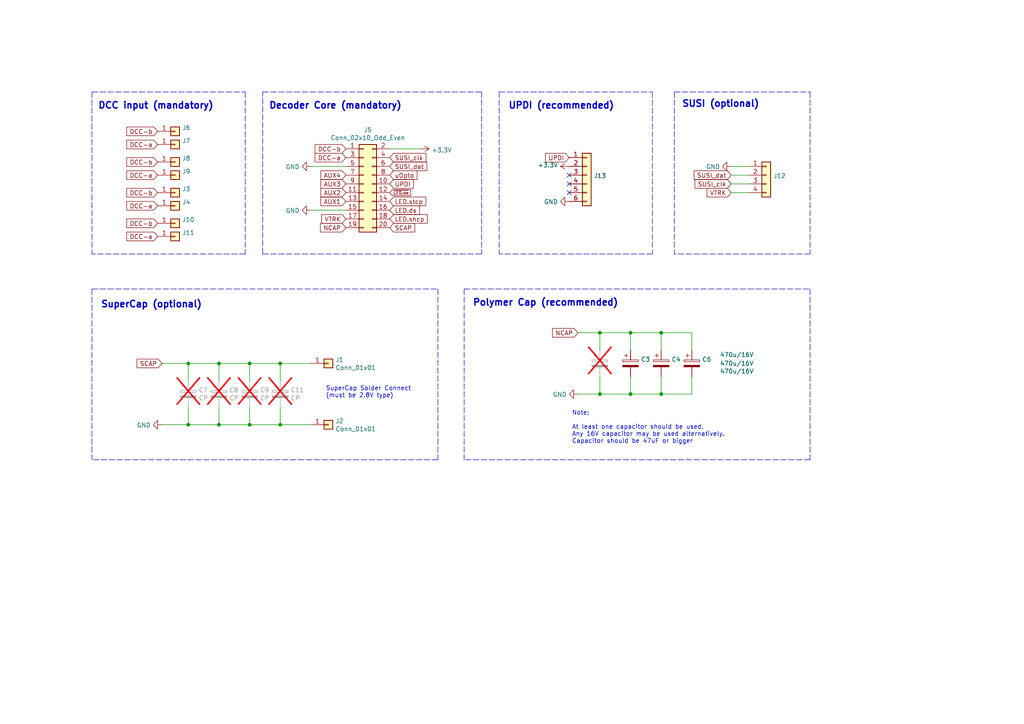
<source format=kicad_sch>
(kicad_sch (version 20250114) (generator "eeschema") (generator_version "9.0")
  (paper "A4")
  (title_block (title "LED base: Roco #44741") (date "2025-10-19") (rev "1") (company "Frank Schumacher") (comment 1 "D99a") (comment 2 "Prototype"))
  (lib_symbols
    (symbol "Connector_Generic:Conn_01x01" (pin_names (offset 1.016) (hide yes))
      (property "Reference" "J" (at 0 2.54 0))
      (property "Value" "Conn_01x01" (at 0 -2.54 0))
      (symbol "Conn_01x01_1_1"
        (rectangle (start -1.27 1.27) (end 1.27 -1.27) (stroke (width 0.254)) (fill (type background)))
        (rectangle (start -1.27 0.127) (end 0 -0.127) (stroke (width 0.1524)))
        (pin passive line (at -5.08 0 0) (length 3.81) (name "Pin_1") (number "1"))
      )
    )
    (symbol "Connector_Generic:Conn_01x04" (pin_names (offset 1.016) (hide yes))
      (property "Reference" "J" (at 0 5.08 0))
      (property "Value" "Conn_01x04" (at 0 -7.62 0))
      (symbol "Conn_01x04_1_1"
        (rectangle (start -1.27 3.81) (end 1.27 -6.35) (stroke (width 0.254)) (fill (type background)))
        (rectangle (start -1.27 2.667) (end 0 2.413) (stroke (width 0.1524)))
        (rectangle (start -1.27 0.127) (end 0 -0.127) (stroke (width 0.1524)))
        (rectangle (start -1.27 -2.413) (end 0 -2.667) (stroke (width 0.1524)))
        (rectangle (start -1.27 -4.953) (end 0 -5.207) (stroke (width 0.1524)))
        (pin passive line (at -5.08 2.54 0) (length 3.81) (name "Pin_1") (number "1"))
        (pin passive line (at -5.08 0 0) (length 3.81) (name "Pin_2") (number "2"))
        (pin passive line (at -5.08 -2.54 0) (length 3.81) (name "Pin_3") (number "3"))
        (pin passive line (at -5.08 -5.08 0) (length 3.81) (name "Pin_4") (number "4"))
      )
    )
    (symbol "Connector_Generic:Conn_01x06" (pin_names (offset 1.016) (hide yes))
      (property "Reference" "J" (at 0 7.62 0))
      (property "Value" "Conn_01x06" (at 0 -10.16 0))
      (symbol "Conn_01x06_1_1"
        (rectangle (start -1.27 6.35) (end 1.27 -8.89) (stroke (width 0.254)) (fill (type background)))
        (rectangle (start -1.27 5.207) (end 0 4.953) (stroke (width 0.1524)))
        (rectangle (start -1.27 2.667) (end 0 2.413) (stroke (width 0.1524)))
        (rectangle (start -1.27 0.127) (end 0 -0.127) (stroke (width 0.1524)))
        (rectangle (start -1.27 -2.413) (end 0 -2.667) (stroke (width 0.1524)))
        (rectangle (start -1.27 -4.953) (end 0 -5.207) (stroke (width 0.1524)))
        (rectangle (start -1.27 -7.493) (end 0 -7.747) (stroke (width 0.1524)))
        (pin passive line (at -5.08 5.08 0) (length 3.81) (name "Pin_1") (number "1"))
        (pin passive line (at -5.08 2.54 0) (length 3.81) (name "Pin_2") (number "2"))
        (pin passive line (at -5.08 0 0) (length 3.81) (name "Pin_3") (number "3"))
        (pin passive line (at -5.08 -2.54 0) (length 3.81) (name "Pin_4") (number "4"))
        (pin passive line (at -5.08 -5.08 0) (length 3.81) (name "Pin_5") (number "5"))
        (pin passive line (at -5.08 -7.62 0) (length 3.81) (name "Pin_6") (number "6"))
      )
    )
    (symbol "Connector_Generic:Conn_02x10_Odd_Even" (pin_names (offset 1.016) (hide yes))
      (property "Reference" "J" (at 1.27 12.7 0))
      (property "Value" "Conn_02x10_Odd_Even" (at 1.27 -15.24 0))
      (symbol "Conn_02x10_Odd_Even_1_1"
        (rectangle (start -1.27 11.43) (end 3.81 -13.97) (stroke (width 0.254)) (fill (type background)))
        (rectangle (start -1.27 10.287) (end 0 10.033) (stroke (width 0.1524)))
        (rectangle (start -1.27 7.747) (end 0 7.493) (stroke (width 0.1524)))
        (rectangle (start -1.27 5.207) (end 0 4.953) (stroke (width 0.1524)))
        (rectangle (start -1.27 2.667) (end 0 2.413) (stroke (width 0.1524)))
        (rectangle (start -1.27 0.127) (end 0 -0.127) (stroke (width 0.1524)))
        (rectangle (start -1.27 -2.413) (end 0 -2.667) (stroke (width 0.1524)))
        (rectangle (start -1.27 -4.953) (end 0 -5.207) (stroke (width 0.1524)))
        (rectangle (start -1.27 -7.493) (end 0 -7.747) (stroke (width 0.1524)))
        (rectangle (start -1.27 -10.033) (end 0 -10.287) (stroke (width 0.1524)))
        (rectangle (start -1.27 -12.573) (end 0 -12.827) (stroke (width 0.1524)))
        (rectangle (start 3.81 10.287) (end 2.54 10.033) (stroke (width 0.1524)))
        (rectangle (start 3.81 7.747) (end 2.54 7.493) (stroke (width 0.1524)))
        (rectangle (start 3.81 5.207) (end 2.54 4.953) (stroke (width 0.1524)))
        (rectangle (start 3.81 2.667) (end 2.54 2.413) (stroke (width 0.1524)))
        (rectangle (start 3.81 0.127) (end 2.54 -0.127) (stroke (width 0.1524)))
        (rectangle (start 3.81 -2.413) (end 2.54 -2.667) (stroke (width 0.1524)))
        (rectangle (start 3.81 -4.953) (end 2.54 -5.207) (stroke (width 0.1524)))
        (rectangle (start 3.81 -7.493) (end 2.54 -7.747) (stroke (width 0.1524)))
        (rectangle (start 3.81 -10.033) (end 2.54 -10.287) (stroke (width 0.1524)))
        (rectangle (start 3.81 -12.573) (end 2.54 -12.827) (stroke (width 0.1524)))
        (pin passive line (at -5.08 10.16 0) (length 3.81) (name "Pin_1") (number "1"))
        (pin passive line (at -5.08 7.62 0) (length 3.81) (name "Pin_3") (number "3"))
        (pin passive line (at -5.08 5.08 0) (length 3.81) (name "Pin_5") (number "5"))
        (pin passive line (at -5.08 2.54 0) (length 3.81) (name "Pin_7") (number "7"))
        (pin passive line (at -5.08 0 0) (length 3.81) (name "Pin_9") (number "9"))
        (pin passive line (at -5.08 -2.54 0) (length 3.81) (name "Pin_11") (number "11"))
        (pin passive line (at -5.08 -5.08 0) (length 3.81) (name "Pin_13") (number "13"))
        (pin passive line (at -5.08 -7.62 0) (length 3.81) (name "Pin_15") (number "15"))
        (pin passive line (at -5.08 -10.16 0) (length 3.81) (name "Pin_17") (number "17"))
        (pin passive line (at -5.08 -12.7 0) (length 3.81) (name "Pin_19") (number "19"))
        (pin passive line (at 7.62 10.16 180) (length 3.81) (name "Pin_2") (number "2"))
        (pin passive line (at 7.62 7.62 180) (length 3.81) (name "Pin_4") (number "4"))
        (pin passive line (at 7.62 5.08 180) (length 3.81) (name "Pin_6") (number "6"))
        (pin passive line (at 7.62 2.54 180) (length 3.81) (name "Pin_8") (number "8"))
        (pin passive line (at 7.62 0 180) (length 3.81) (name "Pin_10") (number "10"))
        (pin passive line (at 7.62 -2.54 180) (length 3.81) (name "Pin_12") (number "12"))
        (pin passive line (at 7.62 -5.08 180) (length 3.81) (name "Pin_14") (number "14"))
        (pin passive line (at 7.62 -7.62 180) (length 3.81) (name "Pin_16") (number "16"))
        (pin passive line (at 7.62 -10.16 180) (length 3.81) (name "Pin_18") (number "18"))
        (pin passive line (at 7.62 -12.7 180) (length 3.81) (name "Pin_20") (number "20"))
      )
    )
    (symbol "Device:CP" (pin_numbers (hide yes)) (pin_names (offset 0.254))
      (property "Reference" "C" (at 0.635 2.54 0))
      (property "Value" "Device_CP" (at 0.635 -2.54 0))
      (symbol "CP_0_1"
        (rectangle (start -2.286 0.508) (end 2.286 1.016))
        (polyline (pts (xy -1.778 2.286) (xy -0.762 2.286)))
        (polyline (pts (xy -1.27 2.794) (xy -1.27 1.778)))
        (rectangle (start 2.286 -0.508) (end -2.286 -1.016) (fill (type outline)))
      )
      (symbol "CP_1_1"
        (pin passive line (at 0 3.81 270) (length 2.794) (name "~") (number "1"))
        (pin passive line (at 0 -3.81 90) (length 2.794) (name "~") (number "2"))
      )
    )
    (symbol "power:+3.3V" (power) (pin_numbers (hide yes)) (pin_names (offset 0) (hide yes))
      (property "Value" "+3.3V" (at 0 3.556 0))
      (symbol "+3.3V_0_1"
        (polyline (pts (xy -0.762 1.27) (xy 0 2.54)))
        (polyline (pts (xy 0 2.54) (xy 0.762 1.27)))
        (polyline (pts (xy 0 0) (xy 0 2.54)))
      )
      (symbol "+3.3V_1_1"
        (pin power_in line (at 0 0 90) (length 0) (name "~") (number "1"))
      )
    )
    (symbol "power:GND" (power) (pin_numbers (hide yes)) (pin_names (offset 0) (hide yes))
      (property "Value" "GND" (at 0 -3.81 0))
      (symbol "GND_0_1"
        (polyline (pts (xy 0 0) (xy 0 -1.27) (xy 1.27 -1.27) (xy 0 -2.54) (xy -1.27 -1.27) (xy 0 -1.27)))
      )
      (symbol "GND_1_1"
        (pin power_in line (at 0 0 270) (length 0) (name "~") (number "1"))
      )
    )
  )
  (text "SuperCap Solder Connect\n(must be 2.8V type)" (at 94.488 113.792 0) (effects (font (size 1.27 1.27)) (justify left)))
  (text "Decoder Core (mandatory)" (at 97.282 30.734 0) (effects (font (size 1.905 1.905) (thickness 0.381) (bold yes))))
  (text "SUSI (optional)" (at 209.042 30.226 0) (effects (font (size 1.905 1.905) (thickness 0.381) (bold yes))))
  (text "DCC input (mandatory)" (at 45.212 30.734 0) (effects (font (size 1.905 1.905) (thickness 0.381) (bold yes))))
  (text "Polymer Cap (recommended)" (at 158.242 87.884 0) (effects (font (size 1.905 1.905) (thickness 0.381) (bold yes))))
  (text "UPDI (recommended)" (at 162.814 30.734 0) (effects (font (size 1.905 1.905) (thickness 0.381) (bold yes))))
  (text "Note:\n\nAt least one capacitor should be used.\nAny 16V capacitor may be used alternatively.\nCapacitor should be 47uF or bigger" (at 165.862 123.952 0) (effects (font (size 1.27 1.27)) (justify left)))
  (text "SuperCap (optional)" (at 43.942 88.392 0) (effects (font (size 1.905 1.905) (thickness 0.381) (bold yes))))
  (junction (at 54.61 105.41))
  (junction (at 191.77 96.52))
  (junction (at 182.88 114.3))
  (junction (at 173.99 114.3))
  (junction (at 54.61 123.19))
  (junction (at 81.28 105.41))
  (junction (at 72.39 123.19))
  (junction (at 63.5 123.19))
  (junction (at 191.77 114.3))
  (junction (at 173.99 96.52))
  (junction (at 63.5 105.41))
  (junction (at 182.88 96.52))
  (junction (at 81.28 123.19))
  (junction (at 72.39 105.41))
  (no_connect (at 165.1 55.88))
  (no_connect (at 165.1 50.8))
  (no_connect (at 165.1 53.34))
  (wire (pts (xy 182.88 101.6) (xy 182.88 96.52)))
  (polyline (pts (xy 134.62 83.82) (xy 234.95 83.82)) (stroke (width 0) (type dash)))
  (polyline (pts (xy 26.67 83.82) (xy 26.67 133.35)) (stroke (width 0) (type dash)))
  (polyline (pts (xy 144.78 26.67) (xy 144.78 73.66)) (stroke (width 0) (type dash)))
  (wire (pts (xy 200.66 114.3) (xy 200.66 109.22)))
  (wire (pts (xy 173.99 109.22) (xy 173.99 114.3)))
  (wire (pts (xy 81.28 105.41) (xy 81.28 110.49)))
  (polyline (pts (xy 234.95 73.66) (xy 195.58 73.66)) (stroke (width 0) (type dash)))
  (wire (pts (xy 191.77 109.22) (xy 191.77 114.3)))
  (wire (pts (xy 54.61 123.19) (xy 54.61 118.11)))
  (polyline (pts (xy 127 83.82) (xy 127 133.35)) (stroke (width 0) (type dash)))
  (wire (pts (xy 167.64 114.3) (xy 173.99 114.3)))
  (wire (pts (xy 173.99 114.3) (xy 182.88 114.3)))
  (polyline (pts (xy 127 133.35) (xy 26.67 133.35)) (stroke (width 0) (type dash)))
  (polyline (pts (xy 189.23 26.67) (xy 189.23 73.66)) (stroke (width 0) (type dash)))
  (wire (pts (xy 54.61 123.19) (xy 63.5 123.19)))
  (wire (pts (xy 191.77 114.3) (xy 200.66 114.3)))
  (wire (pts (xy 173.99 101.6) (xy 173.99 96.52)))
  (polyline (pts (xy 234.95 83.82) (xy 234.95 133.35)) (stroke (width 0) (type dash)))
  (wire (pts (xy 46.99 123.19) (xy 54.61 123.19)))
  (wire (pts (xy 54.61 105.41) (xy 63.5 105.41)))
  (wire (pts (xy 113.03 43.18) (xy 121.92 43.18)))
  (polyline (pts (xy 134.62 83.82) (xy 134.62 133.35)) (stroke (width 0) (type dash)))
  (polyline (pts (xy 234.95 133.35) (xy 134.62 133.35)) (stroke (width 0) (type dash)))
  (polyline (pts (xy 76.2 26.67) (xy 139.7 26.67)) (stroke (width 0) (type dash)))
  (wire (pts (xy 167.64 96.52) (xy 173.99 96.52)))
  (polyline (pts (xy 234.95 26.67) (xy 234.95 73.66)) (stroke (width 0) (type dash)))
  (polyline (pts (xy 26.67 26.67) (xy 26.67 73.66)) (stroke (width 0) (type dash)))
  (wire (pts (xy 191.77 101.6) (xy 191.77 96.52)))
  (polyline (pts (xy 26.67 83.82) (xy 127 83.82)) (stroke (width 0) (type dash)))
  (wire (pts (xy 191.77 96.52) (xy 200.66 96.52)))
  (wire (pts (xy 72.39 118.11) (xy 72.39 123.19)))
  (polyline (pts (xy 71.12 73.66) (xy 26.67 73.66)) (stroke (width 0) (type dash)))
  (wire (pts (xy 63.5 118.11) (xy 63.5 123.19)))
  (polyline (pts (xy 195.58 26.67) (xy 234.95 26.67)) (stroke (width 0) (type dash)))
  (wire (pts (xy 182.88 114.3) (xy 191.77 114.3)))
  (wire (pts (xy 212.09 55.88) (xy 217.17 55.88)))
  (wire (pts (xy 90.17 48.26) (xy 100.33 48.26)))
  (wire (pts (xy 200.66 96.52) (xy 200.66 101.6)))
  (polyline (pts (xy 189.23 73.66) (xy 144.78 73.66)) (stroke (width 0) (type dash)))
  (wire (pts (xy 72.39 123.19) (xy 81.28 123.19)))
  (polyline (pts (xy 195.58 26.67) (xy 195.58 73.66)) (stroke (width 0) (type dash)))
  (polyline (pts (xy 139.7 26.67) (xy 139.7 73.66)) (stroke (width 0) (type dash)))
  (wire (pts (xy 182.88 109.22) (xy 182.88 114.3)))
  (wire (pts (xy 54.61 105.41) (xy 54.61 110.49)))
  (wire (pts (xy 81.28 123.19) (xy 81.28 118.11)))
  (wire (pts (xy 212.09 53.34) (xy 217.17 53.34)))
  (wire (pts (xy 72.39 110.49) (xy 72.39 105.41)))
  (polyline (pts (xy 76.2 73.66) (xy 139.7 73.66)) (stroke (width 0) (type dash)))
  (wire (pts (xy 63.5 123.19) (xy 72.39 123.19)))
  (wire (pts (xy 81.28 105.41) (xy 90.17 105.41)))
  (wire (pts (xy 72.39 105.41) (xy 81.28 105.41)))
  (wire (pts (xy 212.09 48.26) (xy 217.17 48.26)))
  (wire (pts (xy 63.5 105.41) (xy 72.39 105.41)))
  (polyline (pts (xy 26.67 26.67) (xy 71.12 26.67)) (stroke (width 0) (type dash)))
  (polyline (pts (xy 76.2 73.66) (xy 76.2 26.67)) (stroke (width 0) (type dash)))
  (wire (pts (xy 63.5 110.49) (xy 63.5 105.41)))
  (wire (pts (xy 90.17 60.96) (xy 100.33 60.96)))
  (wire (pts (xy 46.99 105.41) (xy 54.61 105.41)))
  (wire (pts (xy 182.88 96.52) (xy 191.77 96.52)))
  (wire (pts (xy 212.09 50.8) (xy 217.17 50.8)))
  (polyline (pts (xy 144.78 26.67) (xy 189.23 26.67)) (stroke (width 0) (type dash)))
  (wire (pts (xy 173.99 96.52) (xy 182.88 96.52)))
  (polyline (pts (xy 71.12 26.67) (xy 71.12 73.66)) (stroke (width 0) (type dash)))
  (wire (pts (xy 90.17 123.19) (xy 81.28 123.19)))
  (global_label "VTRK" (shape input) (at 100.33 63.5 180) (property "Intersheetrefs" "${INTERSHEET_REFS}" (effects (hide yes))))
  (global_label "AUX3" (shape input) (at 100.33 53.34 180) (property "Intersheetrefs" "${INTERSHEET_REFS}" (effects (hide yes))))
  (global_label "DCC-a" (shape input) (at 45.72 50.8 180) (property "Intersheetrefs" "${INTERSHEET_REFS}" (effects (hide yes))))
  (global_label "LED.stcp" (shape input) (at 113.03 58.42 0) (property "Intersheetrefs" "${INTERSHEET_REFS}" (effects (hide yes))))
  (global_label "SUSI_dat" (shape input) (at 113.03 48.26 0) (property "Intersheetrefs" "${INTERSHEET_REFS}" (effects (hide yes))))
  (global_label "DCC-b" (shape input) (at 45.72 38.1 180) (property "Intersheetrefs" "${INTERSHEET_REFS}" (effects (hide yes))))
  (global_label "VTRK" (shape input) (at 212.09 55.88 180) (property "Intersheetrefs" "${INTERSHEET_REFS}" (effects (hide yes))))
  (global_label "UPDI" (shape input) (at 113.03 53.34 0) (property "Intersheetrefs" "${INTERSHEET_REFS}" (effects (hide yes))))
  (global_label "NCAP" (shape input) (at 167.64 96.52 180) (property "Intersheetrefs" "${INTERSHEET_REFS}" (effects (hide yes))))
  (global_label "SCAP" (shape input) (at 113.03 66.04 0) (property "Intersheetrefs" "${INTERSHEET_REFS}" (effects (hide yes))))
  (global_label "DCC-b" (shape input) (at 100.33 43.18 180) (property "Intersheetrefs" "${INTERSHEET_REFS}" (effects (hide yes))))
  (global_label "NCAP" (shape input) (at 100.33 66.04 180) (property "Intersheetrefs" "${INTERSHEET_REFS}" (effects (hide yes))))
  (global_label "uOpto" (shape input) (at 113.03 50.8 0) (property "Intersheetrefs" "${INTERSHEET_REFS}" (effects (hide yes))))
  (global_label "SUSI_clk" (shape input) (at 212.09 53.34 180) (property "Intersheetrefs" "${INTERSHEET_REFS}" (effects (hide yes))))
  (global_label "DCC-a" (shape input) (at 45.72 59.69 180) (property "Intersheetrefs" "${INTERSHEET_REFS}" (effects (hide yes))))
  (global_label "DCC-a" (shape input) (at 45.72 68.58 180) (property "Intersheetrefs" "${INTERSHEET_REFS}" (effects (hide yes))))
  (global_label "DCC-b" (shape input) (at 45.72 46.99 180) (property "Intersheetrefs" "${INTERSHEET_REFS}" (effects (hide yes))))
  (global_label "SUSI_clk" (shape input) (at 113.03 45.72 0) (property "Intersheetrefs" "${INTERSHEET_REFS}" (effects (hide yes))))
  (global_label "AUX1" (shape input) (at 100.33 58.42 180) (property "Intersheetrefs" "${INTERSHEET_REFS}" (effects (hide yes))))
  (global_label "LED.shcp" (shape input) (at 113.03 63.5 0) (property "Intersheetrefs" "${INTERSHEET_REFS}" (effects (hide yes))))
  (global_label "SCAP" (shape input) (at 46.99 105.41 180) (property "Intersheetrefs" "${INTERSHEET_REFS}" (effects (hide yes))))
  (global_label "AUX2" (shape input) (at 100.33 55.88 180) (property "Intersheetrefs" "${INTERSHEET_REFS}" (effects (hide yes))))
  (global_label "LED.ds" (shape input) (at 113.03 60.96 0) (property "Intersheetrefs" "${INTERSHEET_REFS}" (effects (hide yes))))
  (global_label "~{LED.oe}" (shape input) (at 113.03 55.88 0) (effects (font (size 0.889 0.889))) (property "Intersheetrefs" "${INTERSHEET_REFS}" (effects (hide yes))))
  (global_label "DCC-b" (shape input) (at 45.72 55.88 180) (property "Intersheetrefs" "${INTERSHEET_REFS}" (effects (hide yes))))
  (global_label "DCC-a" (shape input) (at 100.33 45.72 180) (property "Intersheetrefs" "${INTERSHEET_REFS}" (effects (hide yes))))
  (global_label "SUSI_dat" (shape input) (at 212.09 50.8 180) (property "Intersheetrefs" "${INTERSHEET_REFS}" (effects (hide yes))))
  (global_label "UPDI" (shape input) (at 165.1 45.72 180) (property "Intersheetrefs" "${INTERSHEET_REFS}" (effects (hide yes))))
  (global_label "AUX4" (shape input) (at 100.33 50.8 180) (property "Intersheetrefs" "${INTERSHEET_REFS}" (effects (hide yes))))
  (global_label "DCC-b" (shape input) (at 45.72 64.77 180) (property "Intersheetrefs" "${INTERSHEET_REFS}" (effects (hide yes))))
  (global_label "DCC-a" (shape input) (at 45.72 41.91 180) (property "Intersheetrefs" "${INTERSHEET_REFS}" (effects (hide yes))))
  (symbol (lib_id "power:GND") (at 90.17 48.26 270) (unit 1)
    (property "Reference" "#PWR0118" (effects (hide yes)))
    (property "Value" "GND" (at 86.9188 48.387 90) (effects (justify right)))
  )
  (symbol (lib_id "power:GND") (at 90.17 60.96 270) (unit 1)
    (property "Reference" "#PWR0119" (effects (hide yes)))
    (property "Value" "GND" (at 86.9188 61.087 90) (effects (justify right)))
  )
  (symbol (lib_id "power:+3.3V") (at 121.92 43.18 270) (unit 1)
    (property "Reference" "#PWR0120" (effects (hide yes)))
    (property "Value" "+3.3V" (at 125.1712 43.561 90) (effects (justify left)))
  )
  (symbol (lib_id "Connector_Generic:Conn_01x06") (at 170.18 50.8 0) (unit 1)
    (property "Reference" "J13" (at 172.212 51.0032 0) (effects (justify left)))
    (property "Value" "Conn_01x06" (effects (hide yes)))
    (property "Footprint" "Connector_PinHeader_1.27mm:PinHeader_2x03_P1.27mm_Vertical" (effects (hide yes)))
  )
  (symbol (lib_id "power:+3.3V") (at 165.1 48.26 90) (unit 1)
    (property "Reference" "#PWR0123" (effects (hide yes)))
    (property "Value" "+3.3V" (at 161.8488 47.879 90) (effects (justify left)))
  )
  (symbol (lib_id "power:GND") (at 165.1 58.42 270) (unit 1)
    (property "Reference" "#PWR0124" (effects (hide yes)))
    (property "Value" "GND" (at 161.8488 58.547 90) (effects (justify right)))
  )
  (symbol (lib_id "power:GND") (at 46.99 123.19 270) (unit 1)
    (property "Reference" "#PWR0125" (effects (hide yes)))
    (property "Value" "GND" (at 43.7388 123.317 90) (effects (justify right)))
  )
  (symbol (lib_id "Connector_Generic:Conn_02x10_Odd_Even") (at 105.41 53.34 0) (unit 1)
    (property "Reference" "J5" (at 106.68 37.6682 0))
    (property "Value" "Conn_02x10_Odd_Even" (at 106.68 39.9796 0))
    (property "Footprint" "Connector_PinSocket_1.27mm:PinSocket_2x10_P1.27mm_Vertical_SMD" (effects (hide yes)))
  )
  (symbol (lib_id "Connector_Generic:Conn_01x01") (at 50.8 38.1 0) (unit 1)
    (property "Reference" "J6" (at 52.832 37.0332 0) (effects (justify left)))
    (property "Value" "Conn_01x01" (effects (hide yes)))
    (property "Footprint" "TestPoint:TestPoint_Pad_2.0x2.0mm" (effects (hide yes)))
  )
  (symbol (lib_id "Connector_Generic:Conn_01x01") (at 50.8 41.91 0) (unit 1)
    (property "Reference" "J7" (at 52.832 40.8432 0) (effects (justify left)))
    (property "Value" "Conn_01x01" (effects (hide yes)))
    (property "Footprint" "TestPoint:TestPoint_Pad_2.0x2.0mm" (effects (hide yes)))
  )
  (symbol (lib_id "Connector_Generic:Conn_01x01") (at 50.8 46.99 0) (unit 1)
    (property "Reference" "J8" (at 52.832 45.9232 0) (effects (justify left)))
    (property "Value" "Conn_01x01" (effects (hide yes)))
    (property "Footprint" "TestPoint:TestPoint_Pad_2.0x2.0mm" (effects (hide yes)))
  )
  (symbol (lib_id "Connector_Generic:Conn_01x01") (at 50.8 50.8 0) (unit 1)
    (property "Reference" "J9" (at 52.832 49.7332 0) (effects (justify left)))
    (property "Value" "Conn_01x01" (effects (hide yes)))
    (property "Footprint" "TestPoint:TestPoint_Pad_2.0x2.0mm" (effects (hide yes)))
  )
  (symbol (lib_id "Connector_Generic:Conn_01x04") (at 222.25 50.8 0) (unit 1)
    (property "Reference" "J12" (at 224.282 51.0032 0) (effects (justify left)))
    (property "Value" "Conn_01x04" (effects (hide yes)))
    (property "Footprint" "Connector_JST:JST_SH_SM04B-SRSS-TB_1x04-1MP_P1.00mm_Horizontal" (effects (hide yes)))
  )
  (symbol (lib_id "power:GND") (at 212.09 48.26 270) (unit 1)
    (property "Reference" "#PWR0121" (effects (hide yes)))
    (property "Value" "GND" (at 208.8388 48.387 90) (effects (justify right)))
  )
  (symbol (lib_id "Device:CP") (at 173.99 105.41 0) (unit 1) (in_bom no) (on_board no) (dnp yes)
    (property "Reference" "C2" (effects (hide yes)))
    (property "Value" "330u/16V" (effects (hide yes)))
    (property "Footprint" "Capacitor_Tantalum_SMD:CP_EIA-7360-38_Kemet-E" (effects (hide yes)))
  )
  (symbol (lib_id "Device:CP") (at 182.88 105.41 0) (unit 1)
    (property "Reference" "C3" (at 185.8772 104.2416 0) (effects (justify left)))
    (property "Value" "470u/16V" (at 208.788 102.87 0) (effects (justify left)))
    (property "Footprint" "Capacitor_Tantalum_SMD:CP_EIA-7360-38_Kemet-E" (effects (hide yes)))
    (property "Description" "-55℃~+105℃ 16V 470uF 70mΩ@100kHz ±20% CASE-H-7360-20(mm) Tantalum Capacitors ROHS" (effects (hide yes)))
    (property "LCSC Part #" "C600599" (effects (hide yes)))
  )
  (symbol (lib_id "Device:CP") (at 191.77 105.41 0) (unit 1)
    (property "Reference" "C4" (at 194.7672 104.2416 0) (effects (justify left)))
    (property "Value" "470u/16V" (at 208.788 105.41 0) (effects (justify left)))
    (property "Footprint" "Capacitor_Tantalum_SMD:CP_EIA-7360-38_Kemet-E" (effects (hide yes)))
    (property "LCSC Part #" "C600599" (effects (hide yes)))
  )
  (symbol (lib_id "Device:CP") (at 200.66 105.41 0) (unit 1)
    (property "Reference" "C6" (at 203.6572 104.2416 0) (effects (justify left)))
    (property "Value" "470u/16V" (at 208.788 107.696 0) (effects (justify left)))
    (property "Footprint" "Capacitor_Tantalum_SMD:CP_EIA-7360-38_Kemet-E" (effects (hide yes)))
    (property "LCSC Part #" "C600599" (effects (hide yes)))
  )
  (symbol (lib_id "power:GND") (at 167.64 114.3 270) (unit 1)
    (property "Reference" "#PWR0122" (effects (hide yes)))
    (property "Value" "GND" (at 164.3888 114.427 90) (effects (justify right)))
  )
  (symbol (lib_id "Device:CP") (at 54.61 114.3 0) (unit 1) (in_bom no) (on_board no) (dnp yes)
    (property "Reference" "C7" (at 57.6072 113.1316 0) (effects (justify left)))
    (property "Value" "CP" (at 57.6072 115.443 0) (effects (justify left)))
    (property "Footprint" "Capacitor_THT:CP_Radial_D8.0mm_P3.50mm" (effects (hide yes)))
  )
  (symbol (lib_id "Device:CP") (at 63.5 114.3 0) (unit 1) (in_bom no) (on_board no) (dnp yes)
    (property "Reference" "C8" (at 66.4972 113.1316 0) (effects (justify left)))
    (property "Value" "CP" (at 66.4972 115.443 0) (effects (justify left)))
    (property "Footprint" "Capacitor_THT:CP_Radial_D8.0mm_P3.50mm" (effects (hide yes)))
  )
  (symbol (lib_id "Device:CP") (at 72.39 114.3 0) (unit 1) (in_bom no) (on_board no) (dnp yes)
    (property "Reference" "C9" (at 75.3872 113.1316 0) (effects (justify left)))
    (property "Value" "CP" (at 75.3872 115.443 0) (effects (justify left)))
    (property "Footprint" "Capacitor_THT:CP_Radial_D8.0mm_P3.50mm" (effects (hide yes)))
  )
  (symbol (lib_id "Device:CP") (at 81.28 114.3 0) (unit 1) (in_bom no) (on_board no) (dnp yes)
    (property "Reference" "C11" (at 84.2772 113.1316 0) (effects (justify left)))
    (property "Value" "CP" (at 84.2772 115.443 0) (effects (justify left)))
    (property "Footprint" "Capacitor_THT:CP_Radial_D8.0mm_P3.50mm" (effects (hide yes)))
  )
  (symbol (lib_id "Connector_Generic:Conn_01x01") (at 50.8 59.69 0) (unit 1)
    (property "Reference" "J4" (at 52.832 58.6232 0) (effects (justify left)))
    (property "Value" "Conn_01x01" (effects (hide yes)))
    (property "Footprint" "TestPoint:TestPoint_Pad_2.0x2.0mm" (effects (hide yes)))
  )
  (symbol (lib_id "Connector_Generic:Conn_01x01") (at 95.25 123.19 0) (unit 1)
    (property "Reference" "J2" (at 97.282 122.1232 0) (effects (justify left)))
    (property "Value" "Conn_01x01" (at 97.282 124.4346 0) (effects (justify left)))
    (property "Footprint" "TestPoint:TestPoint_Pad_2.0x2.0mm" (effects (hide yes)))
  )
  (symbol (lib_id "Connector_Generic:Conn_01x01") (at 95.25 105.41 0) (unit 1)
    (property "Reference" "J1" (at 97.282 104.3432 0) (effects (justify left)))
    (property "Value" "Conn_01x01" (at 97.282 106.6546 0) (effects (justify left)))
    (property "Footprint" "TestPoint:TestPoint_Pad_2.0x2.0mm" (effects (hide yes)))
  )
  (symbol (lib_id "Connector_Generic:Conn_01x01") (at 50.8 55.88 0) (unit 1)
    (property "Reference" "J3" (at 52.832 54.8132 0) (effects (justify left)))
    (property "Value" "Conn_01x01" (effects (hide yes)))
    (property "Footprint" "TestPoint:TestPoint_Pad_2.0x2.0mm" (effects (hide yes)))
  )
  (symbol (lib_id "Connector_Generic:Conn_01x01") (at 50.8 68.58 0) (unit 1)
    (property "Reference" "J11" (at 52.832 67.5132 0) (effects (justify left)))
    (property "Value" "Conn_01x01" (effects (hide yes)))
    (property "Footprint" "TestPoint:TestPoint_Pad_2.0x2.0mm" (effects (hide yes)))
  )
  (symbol (lib_id "Connector_Generic:Conn_01x01") (at 50.8 64.77 0) (unit 1)
    (property "Reference" "J10" (at 52.832 63.7032 0) (effects (justify left)))
    (property "Value" "Conn_01x01" (effects (hide yes)))
    (property "Footprint" "TestPoint:TestPoint_Pad_2.0x2.0mm" (effects (hide yes)))
  )
)
</source>
